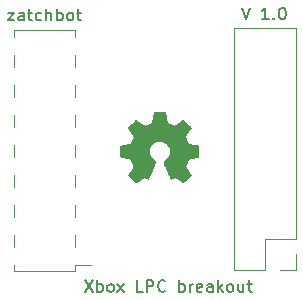
<source format=gbr>
%TF.GenerationSoftware,KiCad,Pcbnew,(6.0.9)*%
%TF.CreationDate,2023-06-10T14:31:44-07:00*%
%TF.ProjectId,V01,5630312e-6b69-4636-9164-5f7063625858,rev?*%
%TF.SameCoordinates,Original*%
%TF.FileFunction,Legend,Top*%
%TF.FilePolarity,Positive*%
%FSLAX46Y46*%
G04 Gerber Fmt 4.6, Leading zero omitted, Abs format (unit mm)*
G04 Created by KiCad (PCBNEW (6.0.9)) date 2023-06-10 14:31:44*
%MOMM*%
%LPD*%
G01*
G04 APERTURE LIST*
%ADD10C,0.150000*%
%ADD11C,0.010000*%
%ADD12C,0.120000*%
G04 APERTURE END LIST*
D10*
X143002380Y-100002380D02*
X143669047Y-101002380D01*
X143669047Y-100002380D02*
X143002380Y-101002380D01*
X144050000Y-101002380D02*
X144050000Y-100002380D01*
X144050000Y-100383333D02*
X144145238Y-100335714D01*
X144335714Y-100335714D01*
X144430952Y-100383333D01*
X144478571Y-100430952D01*
X144526190Y-100526190D01*
X144526190Y-100811904D01*
X144478571Y-100907142D01*
X144430952Y-100954761D01*
X144335714Y-101002380D01*
X144145238Y-101002380D01*
X144050000Y-100954761D01*
X145097619Y-101002380D02*
X145002380Y-100954761D01*
X144954761Y-100907142D01*
X144907142Y-100811904D01*
X144907142Y-100526190D01*
X144954761Y-100430952D01*
X145002380Y-100383333D01*
X145097619Y-100335714D01*
X145240476Y-100335714D01*
X145335714Y-100383333D01*
X145383333Y-100430952D01*
X145430952Y-100526190D01*
X145430952Y-100811904D01*
X145383333Y-100907142D01*
X145335714Y-100954761D01*
X145240476Y-101002380D01*
X145097619Y-101002380D01*
X145764285Y-101002380D02*
X146288095Y-100335714D01*
X145764285Y-100335714D02*
X146288095Y-101002380D01*
X147907142Y-101002380D02*
X147430952Y-101002380D01*
X147430952Y-100002380D01*
X148240476Y-101002380D02*
X148240476Y-100002380D01*
X148621428Y-100002380D01*
X148716666Y-100050000D01*
X148764285Y-100097619D01*
X148811904Y-100192857D01*
X148811904Y-100335714D01*
X148764285Y-100430952D01*
X148716666Y-100478571D01*
X148621428Y-100526190D01*
X148240476Y-100526190D01*
X149811904Y-100907142D02*
X149764285Y-100954761D01*
X149621428Y-101002380D01*
X149526190Y-101002380D01*
X149383333Y-100954761D01*
X149288095Y-100859523D01*
X149240476Y-100764285D01*
X149192857Y-100573809D01*
X149192857Y-100430952D01*
X149240476Y-100240476D01*
X149288095Y-100145238D01*
X149383333Y-100050000D01*
X149526190Y-100002380D01*
X149621428Y-100002380D01*
X149764285Y-100050000D01*
X149811904Y-100097619D01*
X151002380Y-101002380D02*
X151002380Y-100002380D01*
X151002380Y-100383333D02*
X151097619Y-100335714D01*
X151288095Y-100335714D01*
X151383333Y-100383333D01*
X151430952Y-100430952D01*
X151478571Y-100526190D01*
X151478571Y-100811904D01*
X151430952Y-100907142D01*
X151383333Y-100954761D01*
X151288095Y-101002380D01*
X151097619Y-101002380D01*
X151002380Y-100954761D01*
X151907142Y-101002380D02*
X151907142Y-100335714D01*
X151907142Y-100526190D02*
X151954761Y-100430952D01*
X152002380Y-100383333D01*
X152097619Y-100335714D01*
X152192857Y-100335714D01*
X152907142Y-100954761D02*
X152811904Y-101002380D01*
X152621428Y-101002380D01*
X152526190Y-100954761D01*
X152478571Y-100859523D01*
X152478571Y-100478571D01*
X152526190Y-100383333D01*
X152621428Y-100335714D01*
X152811904Y-100335714D01*
X152907142Y-100383333D01*
X152954761Y-100478571D01*
X152954761Y-100573809D01*
X152478571Y-100669047D01*
X153811904Y-101002380D02*
X153811904Y-100478571D01*
X153764285Y-100383333D01*
X153669047Y-100335714D01*
X153478571Y-100335714D01*
X153383333Y-100383333D01*
X153811904Y-100954761D02*
X153716666Y-101002380D01*
X153478571Y-101002380D01*
X153383333Y-100954761D01*
X153335714Y-100859523D01*
X153335714Y-100764285D01*
X153383333Y-100669047D01*
X153478571Y-100621428D01*
X153716666Y-100621428D01*
X153811904Y-100573809D01*
X154288095Y-101002380D02*
X154288095Y-100002380D01*
X154383333Y-100621428D02*
X154669047Y-101002380D01*
X154669047Y-100335714D02*
X154288095Y-100716666D01*
X155240476Y-101002380D02*
X155145238Y-100954761D01*
X155097619Y-100907142D01*
X155050000Y-100811904D01*
X155050000Y-100526190D01*
X155097619Y-100430952D01*
X155145238Y-100383333D01*
X155240476Y-100335714D01*
X155383333Y-100335714D01*
X155478571Y-100383333D01*
X155526190Y-100430952D01*
X155573809Y-100526190D01*
X155573809Y-100811904D01*
X155526190Y-100907142D01*
X155478571Y-100954761D01*
X155383333Y-101002380D01*
X155240476Y-101002380D01*
X156430952Y-100335714D02*
X156430952Y-101002380D01*
X156002380Y-100335714D02*
X156002380Y-100859523D01*
X156050000Y-100954761D01*
X156145238Y-101002380D01*
X156288095Y-101002380D01*
X156383333Y-100954761D01*
X156430952Y-100907142D01*
X156764285Y-100335714D02*
X157145238Y-100335714D01*
X156907142Y-100002380D02*
X156907142Y-100859523D01*
X156954761Y-100954761D01*
X157050000Y-101002380D01*
X157145238Y-101002380D01*
%TO.C,V 1.0*%
X156289438Y-76932380D02*
X156622771Y-77932380D01*
X156956104Y-76932380D01*
X158575152Y-77932380D02*
X158003723Y-77932380D01*
X158289438Y-77932380D02*
X158289438Y-76932380D01*
X158194200Y-77075238D01*
X158098961Y-77170476D01*
X158003723Y-77218095D01*
X159003723Y-77837142D02*
X159051342Y-77884761D01*
X159003723Y-77932380D01*
X158956104Y-77884761D01*
X159003723Y-77837142D01*
X159003723Y-77932380D01*
X159670390Y-76932380D02*
X159765628Y-76932380D01*
X159860866Y-76980000D01*
X159908485Y-77027619D01*
X159956104Y-77122857D01*
X160003723Y-77313333D01*
X160003723Y-77551428D01*
X159956104Y-77741904D01*
X159908485Y-77837142D01*
X159860866Y-77884761D01*
X159765628Y-77932380D01*
X159670390Y-77932380D01*
X159575152Y-77884761D01*
X159527533Y-77837142D01*
X159479914Y-77741904D01*
X159432295Y-77551428D01*
X159432295Y-77313333D01*
X159479914Y-77122857D01*
X159527533Y-77027619D01*
X159575152Y-76980000D01*
X159670390Y-76932380D01*
%TO.C,zatchbot*%
X136503571Y-77349514D02*
X137027380Y-77349514D01*
X136503571Y-78016180D01*
X137027380Y-78016180D01*
X137836904Y-78016180D02*
X137836904Y-77492371D01*
X137789285Y-77397133D01*
X137694047Y-77349514D01*
X137503571Y-77349514D01*
X137408333Y-77397133D01*
X137836904Y-77968561D02*
X137741666Y-78016180D01*
X137503571Y-78016180D01*
X137408333Y-77968561D01*
X137360714Y-77873323D01*
X137360714Y-77778085D01*
X137408333Y-77682847D01*
X137503571Y-77635228D01*
X137741666Y-77635228D01*
X137836904Y-77587609D01*
X138170238Y-77349514D02*
X138551190Y-77349514D01*
X138313095Y-77016180D02*
X138313095Y-77873323D01*
X138360714Y-77968561D01*
X138455952Y-78016180D01*
X138551190Y-78016180D01*
X139313095Y-77968561D02*
X139217857Y-78016180D01*
X139027380Y-78016180D01*
X138932142Y-77968561D01*
X138884523Y-77920942D01*
X138836904Y-77825704D01*
X138836904Y-77539990D01*
X138884523Y-77444752D01*
X138932142Y-77397133D01*
X139027380Y-77349514D01*
X139217857Y-77349514D01*
X139313095Y-77397133D01*
X139741666Y-78016180D02*
X139741666Y-77016180D01*
X140170238Y-78016180D02*
X140170238Y-77492371D01*
X140122619Y-77397133D01*
X140027380Y-77349514D01*
X139884523Y-77349514D01*
X139789285Y-77397133D01*
X139741666Y-77444752D01*
X140646428Y-78016180D02*
X140646428Y-77016180D01*
X140646428Y-77397133D02*
X140741666Y-77349514D01*
X140932142Y-77349514D01*
X141027380Y-77397133D01*
X141075000Y-77444752D01*
X141122619Y-77539990D01*
X141122619Y-77825704D01*
X141075000Y-77920942D01*
X141027380Y-77968561D01*
X140932142Y-78016180D01*
X140741666Y-78016180D01*
X140646428Y-77968561D01*
X141694047Y-78016180D02*
X141598809Y-77968561D01*
X141551190Y-77920942D01*
X141503571Y-77825704D01*
X141503571Y-77539990D01*
X141551190Y-77444752D01*
X141598809Y-77397133D01*
X141694047Y-77349514D01*
X141836904Y-77349514D01*
X141932142Y-77397133D01*
X141979761Y-77444752D01*
X142027380Y-77539990D01*
X142027380Y-77825704D01*
X141979761Y-77920942D01*
X141932142Y-77968561D01*
X141836904Y-78016180D01*
X141694047Y-78016180D01*
X142313095Y-77349514D02*
X142694047Y-77349514D01*
X142455952Y-77016180D02*
X142455952Y-77873323D01*
X142503571Y-77968561D01*
X142598809Y-78016180D01*
X142694047Y-78016180D01*
%TO.C,REF\u002A\u002A*%
G36*
X149855814Y-86243931D02*
G01*
X149939635Y-86688555D01*
X150248920Y-86816053D01*
X150558206Y-86943551D01*
X150929246Y-86691246D01*
X151033157Y-86620996D01*
X151127087Y-86558272D01*
X151206652Y-86505938D01*
X151267470Y-86466857D01*
X151305157Y-86443893D01*
X151315421Y-86438942D01*
X151333910Y-86451676D01*
X151373420Y-86486882D01*
X151429522Y-86540062D01*
X151497787Y-86606718D01*
X151573786Y-86682354D01*
X151653092Y-86762472D01*
X151731275Y-86842574D01*
X151803907Y-86918164D01*
X151866559Y-86984745D01*
X151914803Y-87037818D01*
X151944210Y-87072887D01*
X151951241Y-87084623D01*
X151941123Y-87106260D01*
X151912759Y-87153662D01*
X151869129Y-87222193D01*
X151813218Y-87307215D01*
X151748006Y-87404093D01*
X151710219Y-87459350D01*
X151641343Y-87560248D01*
X151580140Y-87651299D01*
X151529578Y-87727970D01*
X151492628Y-87785728D01*
X151472258Y-87820043D01*
X151469197Y-87827254D01*
X151476136Y-87847748D01*
X151495051Y-87895513D01*
X151523087Y-87963832D01*
X151557391Y-88045989D01*
X151595109Y-88135270D01*
X151633387Y-88224958D01*
X151669370Y-88308338D01*
X151700206Y-88378694D01*
X151723039Y-88429310D01*
X151735017Y-88453471D01*
X151735724Y-88454422D01*
X151754531Y-88459036D01*
X151804618Y-88469328D01*
X151880793Y-88484287D01*
X151977865Y-88502901D01*
X152090643Y-88524159D01*
X152156442Y-88536418D01*
X152276950Y-88559362D01*
X152385797Y-88581195D01*
X152477476Y-88600722D01*
X152546481Y-88616748D01*
X152587304Y-88628079D01*
X152595511Y-88631674D01*
X152603548Y-88656006D01*
X152610033Y-88710959D01*
X152614970Y-88790108D01*
X152618364Y-88887026D01*
X152620218Y-88995287D01*
X152620538Y-89108465D01*
X152619327Y-89220135D01*
X152616590Y-89323868D01*
X152612331Y-89413241D01*
X152606555Y-89481826D01*
X152599267Y-89523197D01*
X152594895Y-89531810D01*
X152568764Y-89542133D01*
X152513393Y-89556892D01*
X152436107Y-89574352D01*
X152344230Y-89592780D01*
X152312158Y-89598741D01*
X152157524Y-89627066D01*
X152035375Y-89649876D01*
X151941673Y-89668080D01*
X151872384Y-89682583D01*
X151823471Y-89694292D01*
X151790897Y-89704115D01*
X151770628Y-89712956D01*
X151758626Y-89721724D01*
X151756947Y-89723457D01*
X151740184Y-89751371D01*
X151714614Y-89805695D01*
X151682788Y-89879777D01*
X151647260Y-89966965D01*
X151610583Y-90060608D01*
X151575311Y-90154052D01*
X151543996Y-90240647D01*
X151519193Y-90313740D01*
X151503454Y-90366678D01*
X151499332Y-90392811D01*
X151499676Y-90393726D01*
X151513641Y-90415086D01*
X151545322Y-90462084D01*
X151591391Y-90529827D01*
X151648518Y-90613423D01*
X151713373Y-90707982D01*
X151731843Y-90734854D01*
X151797699Y-90832275D01*
X151855650Y-90921163D01*
X151902538Y-90996412D01*
X151935207Y-91052920D01*
X151950500Y-91085581D01*
X151951241Y-91089593D01*
X151938392Y-91110684D01*
X151902888Y-91152464D01*
X151849293Y-91210445D01*
X151782171Y-91280135D01*
X151706087Y-91357045D01*
X151625604Y-91436683D01*
X151545287Y-91514561D01*
X151469699Y-91586186D01*
X151403405Y-91647070D01*
X151350969Y-91692721D01*
X151316955Y-91718650D01*
X151307545Y-91722883D01*
X151285643Y-91712912D01*
X151240800Y-91686020D01*
X151180321Y-91646736D01*
X151133789Y-91615117D01*
X151049475Y-91557098D01*
X150949626Y-91488784D01*
X150849473Y-91420579D01*
X150795627Y-91384075D01*
X150613371Y-91260800D01*
X150460381Y-91343520D01*
X150390682Y-91379759D01*
X150331414Y-91407926D01*
X150291311Y-91423991D01*
X150281103Y-91426226D01*
X150268829Y-91409722D01*
X150244613Y-91363082D01*
X150210263Y-91290609D01*
X150167588Y-91196606D01*
X150118394Y-91085374D01*
X150064490Y-90961215D01*
X150007684Y-90828432D01*
X149949782Y-90691327D01*
X149892593Y-90554202D01*
X149837924Y-90421358D01*
X149787584Y-90297098D01*
X149743380Y-90185725D01*
X149707119Y-90091539D01*
X149680609Y-90018844D01*
X149665658Y-89971941D01*
X149663254Y-89955833D01*
X149682311Y-89935286D01*
X149724036Y-89901933D01*
X149779706Y-89862702D01*
X149784378Y-89859599D01*
X149928264Y-89744423D01*
X150044283Y-89610053D01*
X150131430Y-89460784D01*
X150188699Y-89300913D01*
X150215086Y-89134737D01*
X150209585Y-88966552D01*
X150171190Y-88800655D01*
X150098895Y-88641342D01*
X150077626Y-88606487D01*
X149966996Y-88465737D01*
X149836302Y-88352714D01*
X149690064Y-88268003D01*
X149532808Y-88212194D01*
X149369057Y-88185874D01*
X149203333Y-88189630D01*
X149040162Y-88224050D01*
X148884065Y-88289723D01*
X148739567Y-88387235D01*
X148694869Y-88426813D01*
X148581112Y-88550703D01*
X148498218Y-88681124D01*
X148441356Y-88827315D01*
X148409687Y-88972088D01*
X148401869Y-89134860D01*
X148427938Y-89298440D01*
X148485245Y-89457298D01*
X148571144Y-89605906D01*
X148682986Y-89738735D01*
X148818123Y-89850256D01*
X148835883Y-89862011D01*
X148892150Y-89900508D01*
X148934923Y-89933863D01*
X148955372Y-89955160D01*
X148955669Y-89955833D01*
X148951279Y-89978871D01*
X148933876Y-90031157D01*
X148905268Y-90108390D01*
X148867265Y-90206268D01*
X148821674Y-90320491D01*
X148770303Y-90446758D01*
X148714962Y-90580767D01*
X148657458Y-90718218D01*
X148599601Y-90854808D01*
X148543198Y-90986237D01*
X148490058Y-91108205D01*
X148441990Y-91216409D01*
X148400801Y-91306549D01*
X148368301Y-91374323D01*
X148346297Y-91415430D01*
X148337436Y-91426226D01*
X148310360Y-91417819D01*
X148259697Y-91395272D01*
X148194183Y-91362613D01*
X148158159Y-91343520D01*
X148005168Y-91260800D01*
X147822912Y-91384075D01*
X147729875Y-91447228D01*
X147628015Y-91516727D01*
X147532562Y-91582165D01*
X147484750Y-91615117D01*
X147417505Y-91660273D01*
X147360564Y-91696057D01*
X147321354Y-91717938D01*
X147308619Y-91722563D01*
X147290083Y-91710085D01*
X147249059Y-91675252D01*
X147189525Y-91621678D01*
X147115458Y-91552983D01*
X147030835Y-91472781D01*
X146977315Y-91421286D01*
X146883681Y-91329286D01*
X146802759Y-91246999D01*
X146737823Y-91177945D01*
X146692142Y-91125644D01*
X146668989Y-91093616D01*
X146666768Y-91087116D01*
X146677076Y-91062394D01*
X146705561Y-91012405D01*
X146749063Y-90942212D01*
X146804423Y-90856875D01*
X146868480Y-90761456D01*
X146886697Y-90734854D01*
X146953073Y-90638167D01*
X147012622Y-90551117D01*
X147062016Y-90478595D01*
X147097925Y-90425493D01*
X147117019Y-90396703D01*
X147118864Y-90393726D01*
X147116105Y-90370782D01*
X147101462Y-90320336D01*
X147077487Y-90249041D01*
X147046734Y-90163547D01*
X147011756Y-90070507D01*
X146975107Y-89976574D01*
X146939339Y-89888399D01*
X146907006Y-89812634D01*
X146880662Y-89755931D01*
X146862858Y-89724943D01*
X146861593Y-89723457D01*
X146850706Y-89714601D01*
X146832318Y-89705843D01*
X146802394Y-89696277D01*
X146756897Y-89684996D01*
X146691791Y-89671093D01*
X146603039Y-89653663D01*
X146486607Y-89631798D01*
X146338458Y-89604591D01*
X146306382Y-89598741D01*
X146211314Y-89580374D01*
X146128435Y-89562405D01*
X146065070Y-89546569D01*
X146028542Y-89534600D01*
X146023644Y-89531810D01*
X146015573Y-89507072D01*
X146009013Y-89451790D01*
X146003967Y-89372389D01*
X146000441Y-89275296D01*
X145998439Y-89166938D01*
X145997964Y-89053740D01*
X145999023Y-88942128D01*
X146001618Y-88838529D01*
X146005754Y-88749368D01*
X146011437Y-88681072D01*
X146018669Y-88640066D01*
X146023029Y-88631674D01*
X146047302Y-88623208D01*
X146102574Y-88609435D01*
X146183338Y-88591550D01*
X146284088Y-88570748D01*
X146399317Y-88548223D01*
X146462098Y-88536418D01*
X146581213Y-88514151D01*
X146687435Y-88493979D01*
X146775573Y-88476915D01*
X146840434Y-88463969D01*
X146876826Y-88456155D01*
X146882816Y-88454422D01*
X146892939Y-88434890D01*
X146914338Y-88387843D01*
X146944161Y-88320003D01*
X146979555Y-88238091D01*
X147017668Y-88148828D01*
X147055647Y-88058935D01*
X147090640Y-87975135D01*
X147119794Y-87904147D01*
X147140257Y-87852694D01*
X147149177Y-87827497D01*
X147149343Y-87826396D01*
X147139231Y-87806519D01*
X147110883Y-87760777D01*
X147067277Y-87693717D01*
X147011394Y-87609884D01*
X146946213Y-87513826D01*
X146908321Y-87458650D01*
X146839275Y-87357481D01*
X146777950Y-87265630D01*
X146727337Y-87187744D01*
X146690429Y-87128469D01*
X146670218Y-87092451D01*
X146667299Y-87084377D01*
X146679847Y-87065584D01*
X146714537Y-87025457D01*
X146766937Y-86968493D01*
X146832616Y-86899185D01*
X146907144Y-86822031D01*
X146986087Y-86741525D01*
X147065017Y-86662163D01*
X147139500Y-86588440D01*
X147205106Y-86524852D01*
X147257404Y-86475894D01*
X147291961Y-86446061D01*
X147303522Y-86438942D01*
X147322346Y-86448953D01*
X147367369Y-86477078D01*
X147434213Y-86520454D01*
X147518501Y-86576218D01*
X147615856Y-86641506D01*
X147689293Y-86691246D01*
X148060333Y-86943551D01*
X148678905Y-86688555D01*
X148762725Y-86243931D01*
X148846546Y-85799307D01*
X149771994Y-85799307D01*
X149855814Y-86243931D01*
G37*
D11*
X149855814Y-86243931D02*
X149939635Y-86688555D01*
X150248920Y-86816053D01*
X150558206Y-86943551D01*
X150929246Y-86691246D01*
X151033157Y-86620996D01*
X151127087Y-86558272D01*
X151206652Y-86505938D01*
X151267470Y-86466857D01*
X151305157Y-86443893D01*
X151315421Y-86438942D01*
X151333910Y-86451676D01*
X151373420Y-86486882D01*
X151429522Y-86540062D01*
X151497787Y-86606718D01*
X151573786Y-86682354D01*
X151653092Y-86762472D01*
X151731275Y-86842574D01*
X151803907Y-86918164D01*
X151866559Y-86984745D01*
X151914803Y-87037818D01*
X151944210Y-87072887D01*
X151951241Y-87084623D01*
X151941123Y-87106260D01*
X151912759Y-87153662D01*
X151869129Y-87222193D01*
X151813218Y-87307215D01*
X151748006Y-87404093D01*
X151710219Y-87459350D01*
X151641343Y-87560248D01*
X151580140Y-87651299D01*
X151529578Y-87727970D01*
X151492628Y-87785728D01*
X151472258Y-87820043D01*
X151469197Y-87827254D01*
X151476136Y-87847748D01*
X151495051Y-87895513D01*
X151523087Y-87963832D01*
X151557391Y-88045989D01*
X151595109Y-88135270D01*
X151633387Y-88224958D01*
X151669370Y-88308338D01*
X151700206Y-88378694D01*
X151723039Y-88429310D01*
X151735017Y-88453471D01*
X151735724Y-88454422D01*
X151754531Y-88459036D01*
X151804618Y-88469328D01*
X151880793Y-88484287D01*
X151977865Y-88502901D01*
X152090643Y-88524159D01*
X152156442Y-88536418D01*
X152276950Y-88559362D01*
X152385797Y-88581195D01*
X152477476Y-88600722D01*
X152546481Y-88616748D01*
X152587304Y-88628079D01*
X152595511Y-88631674D01*
X152603548Y-88656006D01*
X152610033Y-88710959D01*
X152614970Y-88790108D01*
X152618364Y-88887026D01*
X152620218Y-88995287D01*
X152620538Y-89108465D01*
X152619327Y-89220135D01*
X152616590Y-89323868D01*
X152612331Y-89413241D01*
X152606555Y-89481826D01*
X152599267Y-89523197D01*
X152594895Y-89531810D01*
X152568764Y-89542133D01*
X152513393Y-89556892D01*
X152436107Y-89574352D01*
X152344230Y-89592780D01*
X152312158Y-89598741D01*
X152157524Y-89627066D01*
X152035375Y-89649876D01*
X151941673Y-89668080D01*
X151872384Y-89682583D01*
X151823471Y-89694292D01*
X151790897Y-89704115D01*
X151770628Y-89712956D01*
X151758626Y-89721724D01*
X151756947Y-89723457D01*
X151740184Y-89751371D01*
X151714614Y-89805695D01*
X151682788Y-89879777D01*
X151647260Y-89966965D01*
X151610583Y-90060608D01*
X151575311Y-90154052D01*
X151543996Y-90240647D01*
X151519193Y-90313740D01*
X151503454Y-90366678D01*
X151499332Y-90392811D01*
X151499676Y-90393726D01*
X151513641Y-90415086D01*
X151545322Y-90462084D01*
X151591391Y-90529827D01*
X151648518Y-90613423D01*
X151713373Y-90707982D01*
X151731843Y-90734854D01*
X151797699Y-90832275D01*
X151855650Y-90921163D01*
X151902538Y-90996412D01*
X151935207Y-91052920D01*
X151950500Y-91085581D01*
X151951241Y-91089593D01*
X151938392Y-91110684D01*
X151902888Y-91152464D01*
X151849293Y-91210445D01*
X151782171Y-91280135D01*
X151706087Y-91357045D01*
X151625604Y-91436683D01*
X151545287Y-91514561D01*
X151469699Y-91586186D01*
X151403405Y-91647070D01*
X151350969Y-91692721D01*
X151316955Y-91718650D01*
X151307545Y-91722883D01*
X151285643Y-91712912D01*
X151240800Y-91686020D01*
X151180321Y-91646736D01*
X151133789Y-91615117D01*
X151049475Y-91557098D01*
X150949626Y-91488784D01*
X150849473Y-91420579D01*
X150795627Y-91384075D01*
X150613371Y-91260800D01*
X150460381Y-91343520D01*
X150390682Y-91379759D01*
X150331414Y-91407926D01*
X150291311Y-91423991D01*
X150281103Y-91426226D01*
X150268829Y-91409722D01*
X150244613Y-91363082D01*
X150210263Y-91290609D01*
X150167588Y-91196606D01*
X150118394Y-91085374D01*
X150064490Y-90961215D01*
X150007684Y-90828432D01*
X149949782Y-90691327D01*
X149892593Y-90554202D01*
X149837924Y-90421358D01*
X149787584Y-90297098D01*
X149743380Y-90185725D01*
X149707119Y-90091539D01*
X149680609Y-90018844D01*
X149665658Y-89971941D01*
X149663254Y-89955833D01*
X149682311Y-89935286D01*
X149724036Y-89901933D01*
X149779706Y-89862702D01*
X149784378Y-89859599D01*
X149928264Y-89744423D01*
X150044283Y-89610053D01*
X150131430Y-89460784D01*
X150188699Y-89300913D01*
X150215086Y-89134737D01*
X150209585Y-88966552D01*
X150171190Y-88800655D01*
X150098895Y-88641342D01*
X150077626Y-88606487D01*
X149966996Y-88465737D01*
X149836302Y-88352714D01*
X149690064Y-88268003D01*
X149532808Y-88212194D01*
X149369057Y-88185874D01*
X149203333Y-88189630D01*
X149040162Y-88224050D01*
X148884065Y-88289723D01*
X148739567Y-88387235D01*
X148694869Y-88426813D01*
X148581112Y-88550703D01*
X148498218Y-88681124D01*
X148441356Y-88827315D01*
X148409687Y-88972088D01*
X148401869Y-89134860D01*
X148427938Y-89298440D01*
X148485245Y-89457298D01*
X148571144Y-89605906D01*
X148682986Y-89738735D01*
X148818123Y-89850256D01*
X148835883Y-89862011D01*
X148892150Y-89900508D01*
X148934923Y-89933863D01*
X148955372Y-89955160D01*
X148955669Y-89955833D01*
X148951279Y-89978871D01*
X148933876Y-90031157D01*
X148905268Y-90108390D01*
X148867265Y-90206268D01*
X148821674Y-90320491D01*
X148770303Y-90446758D01*
X148714962Y-90580767D01*
X148657458Y-90718218D01*
X148599601Y-90854808D01*
X148543198Y-90986237D01*
X148490058Y-91108205D01*
X148441990Y-91216409D01*
X148400801Y-91306549D01*
X148368301Y-91374323D01*
X148346297Y-91415430D01*
X148337436Y-91426226D01*
X148310360Y-91417819D01*
X148259697Y-91395272D01*
X148194183Y-91362613D01*
X148158159Y-91343520D01*
X148005168Y-91260800D01*
X147822912Y-91384075D01*
X147729875Y-91447228D01*
X147628015Y-91516727D01*
X147532562Y-91582165D01*
X147484750Y-91615117D01*
X147417505Y-91660273D01*
X147360564Y-91696057D01*
X147321354Y-91717938D01*
X147308619Y-91722563D01*
X147290083Y-91710085D01*
X147249059Y-91675252D01*
X147189525Y-91621678D01*
X147115458Y-91552983D01*
X147030835Y-91472781D01*
X146977315Y-91421286D01*
X146883681Y-91329286D01*
X146802759Y-91246999D01*
X146737823Y-91177945D01*
X146692142Y-91125644D01*
X146668989Y-91093616D01*
X146666768Y-91087116D01*
X146677076Y-91062394D01*
X146705561Y-91012405D01*
X146749063Y-90942212D01*
X146804423Y-90856875D01*
X146868480Y-90761456D01*
X146886697Y-90734854D01*
X146953073Y-90638167D01*
X147012622Y-90551117D01*
X147062016Y-90478595D01*
X147097925Y-90425493D01*
X147117019Y-90396703D01*
X147118864Y-90393726D01*
X147116105Y-90370782D01*
X147101462Y-90320336D01*
X147077487Y-90249041D01*
X147046734Y-90163547D01*
X147011756Y-90070507D01*
X146975107Y-89976574D01*
X146939339Y-89888399D01*
X146907006Y-89812634D01*
X146880662Y-89755931D01*
X146862858Y-89724943D01*
X146861593Y-89723457D01*
X146850706Y-89714601D01*
X146832318Y-89705843D01*
X146802394Y-89696277D01*
X146756897Y-89684996D01*
X146691791Y-89671093D01*
X146603039Y-89653663D01*
X146486607Y-89631798D01*
X146338458Y-89604591D01*
X146306382Y-89598741D01*
X146211314Y-89580374D01*
X146128435Y-89562405D01*
X146065070Y-89546569D01*
X146028542Y-89534600D01*
X146023644Y-89531810D01*
X146015573Y-89507072D01*
X146009013Y-89451790D01*
X146003967Y-89372389D01*
X146000441Y-89275296D01*
X145998439Y-89166938D01*
X145997964Y-89053740D01*
X145999023Y-88942128D01*
X146001618Y-88838529D01*
X146005754Y-88749368D01*
X146011437Y-88681072D01*
X146018669Y-88640066D01*
X146023029Y-88631674D01*
X146047302Y-88623208D01*
X146102574Y-88609435D01*
X146183338Y-88591550D01*
X146284088Y-88570748D01*
X146399317Y-88548223D01*
X146462098Y-88536418D01*
X146581213Y-88514151D01*
X146687435Y-88493979D01*
X146775573Y-88476915D01*
X146840434Y-88463969D01*
X146876826Y-88456155D01*
X146882816Y-88454422D01*
X146892939Y-88434890D01*
X146914338Y-88387843D01*
X146944161Y-88320003D01*
X146979555Y-88238091D01*
X147017668Y-88148828D01*
X147055647Y-88058935D01*
X147090640Y-87975135D01*
X147119794Y-87904147D01*
X147140257Y-87852694D01*
X147149177Y-87827497D01*
X147149343Y-87826396D01*
X147139231Y-87806519D01*
X147110883Y-87760777D01*
X147067277Y-87693717D01*
X147011394Y-87609884D01*
X146946213Y-87513826D01*
X146908321Y-87458650D01*
X146839275Y-87357481D01*
X146777950Y-87265630D01*
X146727337Y-87187744D01*
X146690429Y-87128469D01*
X146670218Y-87092451D01*
X146667299Y-87084377D01*
X146679847Y-87065584D01*
X146714537Y-87025457D01*
X146766937Y-86968493D01*
X146832616Y-86899185D01*
X146907144Y-86822031D01*
X146986087Y-86741525D01*
X147065017Y-86662163D01*
X147139500Y-86588440D01*
X147205106Y-86524852D01*
X147257404Y-86475894D01*
X147291961Y-86446061D01*
X147303522Y-86438942D01*
X147322346Y-86448953D01*
X147367369Y-86477078D01*
X147434213Y-86520454D01*
X147518501Y-86576218D01*
X147615856Y-86641506D01*
X147689293Y-86691246D01*
X148060333Y-86943551D01*
X148678905Y-86688555D01*
X148762725Y-86243931D01*
X148846546Y-85799307D01*
X149771994Y-85799307D01*
X149855814Y-86243931D01*
D12*
%TO.C,V 1.0*%
X160845000Y-99130000D02*
X160845000Y-97800000D01*
X155645000Y-99130000D02*
X158245000Y-99130000D01*
X155645000Y-99130000D02*
X155645000Y-78690000D01*
X160845000Y-96530000D02*
X160845000Y-78690000D01*
X159515000Y-99130000D02*
X160845000Y-99130000D01*
X158245000Y-96530000D02*
X160845000Y-96530000D01*
X155645000Y-78690000D02*
X160845000Y-78690000D01*
X158245000Y-99130000D02*
X158245000Y-96530000D01*
%TO.C,zatchbot*%
X136975000Y-94634600D02*
X136975000Y-93614600D01*
X142175000Y-87014600D02*
X142175000Y-85994600D01*
X142175000Y-79394600D02*
X142175000Y-78824600D01*
X136975000Y-97174600D02*
X136975000Y-96154600D01*
X142175000Y-92094600D02*
X142175000Y-91074600D01*
X142175000Y-81934600D02*
X142175000Y-80914600D01*
X142175000Y-97174600D02*
X142175000Y-96154600D01*
X136975000Y-81934600D02*
X136975000Y-80914600D01*
X142175000Y-94634600D02*
X142175000Y-93614600D01*
X136975000Y-78824600D02*
X142175000Y-78824600D01*
X136975000Y-92094600D02*
X136975000Y-91074600D01*
X142175000Y-98694600D02*
X143535000Y-98694600D01*
X142175000Y-89554600D02*
X142175000Y-88534600D01*
X142175000Y-99264600D02*
X142175000Y-98694600D01*
X136975000Y-99264600D02*
X136975000Y-98694600D01*
X142175000Y-84474600D02*
X142175000Y-83454600D01*
X136975000Y-84474600D02*
X136975000Y-83454600D01*
X136975000Y-87014600D02*
X136975000Y-85994600D01*
X136975000Y-79394600D02*
X136975000Y-78824600D01*
X136975000Y-99264600D02*
X142175000Y-99264600D01*
X136975000Y-89554600D02*
X136975000Y-88534600D01*
%TD*%
M02*

</source>
